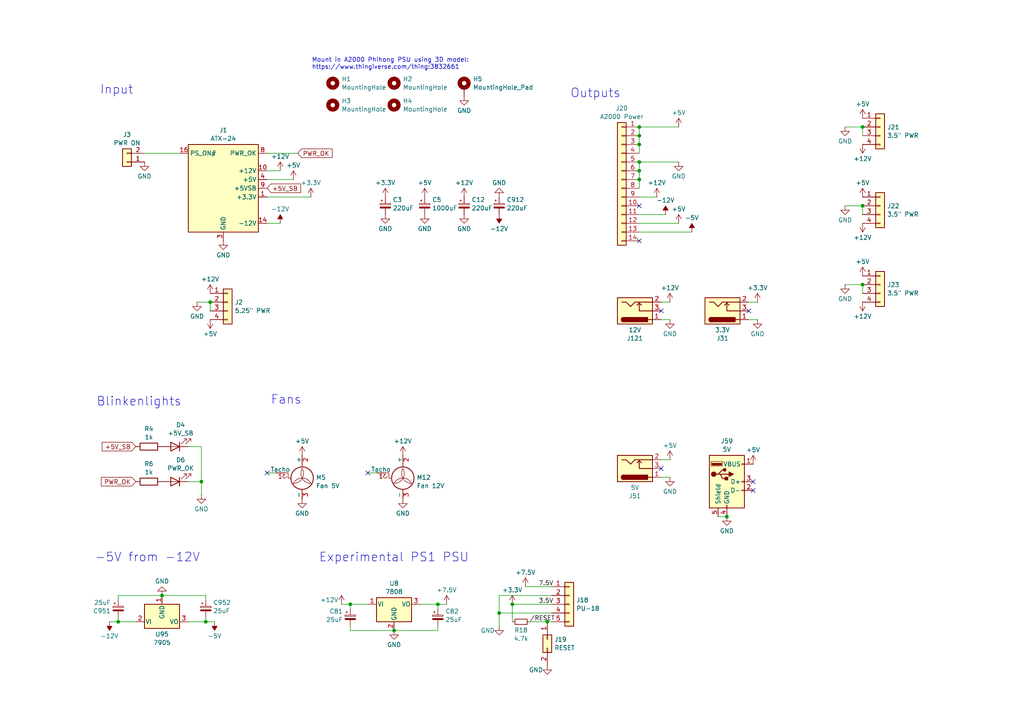
<source format=kicad_sch>
(kicad_sch (version 20231120) (generator "eeschema") (generator_version "8.0")
  (paper "A4")
  (lib_symbols
    (symbol "Connector:ATX-24"
      (property "Reference" "J" (at -8.89 13.97 0))
      (property "Value" "ATX-24" (at 6.35 13.97 0))
      (symbol "ATX-24_0_1"
        (rectangle (start -10.16 12.7) (end 10.16 -12.7) (stroke (width 0.254)) (fill (type background)))
      )
      (symbol "ATX-24_1_1"
        (pin power_out line (at 12.7 -2.54 180) (length 2.54) (name "+3.3V") (number "1"))
        (pin power_out line (at 12.7 5.08 180) (length 2.54) (name "+12V") (number "10"))
        (pin passive line (at 12.7 5.08 180) (length 2.54) hide (name "+12V") (number "11"))
        (pin passive line (at 12.7 -2.54 180) (length 2.54) hide (name "+3.3V") (number "12"))
        (pin passive line (at 12.7 -2.54 180) (length 2.54) hide (name "+3.3V") (number "13"))
        (pin power_out line (at 12.7 -10.16 180) (length 2.54) (name "-12V") (number "14"))
        (pin passive line (at 0 -15.24 90) (length 2.54) hide (name "GND") (number "15"))
        (pin open_collector line (at -12.7 10.16 0) (length 2.54) (name "PS_ON#") (number "16"))
        (pin passive line (at 0 -15.24 90) (length 2.54) hide (name "GND") (number "17"))
        (pin passive line (at 0 -15.24 90) (length 2.54) hide (name "GND") (number "18"))
        (pin passive line (at 0 -15.24 90) (length 2.54) hide (name "GND") (number "19"))
        (pin passive line (at 12.7 -2.54 180) (length 2.54) hide (name "+3.3V") (number "2"))
        (pin no_connect line (at -10.16 0 0) (length 2.54) hide (name "NC") (number "20"))
        (pin passive line (at 12.7 2.54 180) (length 2.54) hide (name "+5V") (number "21"))
        (pin passive line (at 12.7 2.54 180) (length 2.54) hide (name "+5V") (number "22"))
        (pin passive line (at 12.7 2.54 180) (length 2.54) hide (name "+5V") (number "23"))
        (pin passive line (at 0 -15.24 90) (length 2.54) hide (name "GND") (number "24"))
        (pin power_out line (at 0 -15.24 90) (length 2.54) (name "GND") (number "3"))
        (pin power_out line (at 12.7 2.54 180) (length 2.54) (name "+5V") (number "4"))
        (pin passive line (at 0 -15.24 90) (length 2.54) hide (name "GND") (number "5"))
        (pin passive line (at 12.7 2.54 180) (length 2.54) hide (name "+5V") (number "6"))
        (pin passive line (at 0 -15.24 90) (length 2.54) hide (name "GND") (number "7"))
        (pin output line (at 12.7 10.16 180) (length 2.54) (name "PWR_OK") (number "8"))
        (pin power_out line (at 12.7 0 180) (length 2.54) (name "+5VSB") (number "9"))
      )
    )
    (symbol "Connector:Barrel_Jack_Switch" (pin_names hide)
      (property "Reference" "J" (at 0 5.334 0))
      (property "Value" "Barrel_Jack_Switch" (at 0 -5.08 0))
      (symbol "Barrel_Jack_Switch_0_1"
        (rectangle (start -5.08 3.81) (end 5.08 -3.81) (stroke (width 0.254)) (fill (type background)))
        (arc (start -3.302 3.175) (mid -3.9343 2.54) (end -3.302 1.905) (stroke (width 0.254)))
        (arc (start -3.302 3.175) (mid -3.9343 2.54) (end -3.302 1.905) (stroke (width 0.254)) (fill (type outline)))
        (polyline (pts (xy 1.27 -2.286) (xy 1.905 -1.651)) (stroke (width 0.254)))
        (polyline (pts (xy 5.08 2.54) (xy 3.81 2.54)) (stroke (width 0.254)))
        (polyline (pts (xy 5.08 0) (xy 1.27 0) (xy 1.27 -2.286) (xy 0.635 -1.651)) (stroke (width 0.254)))
        (polyline (pts (xy -3.81 -2.54) (xy -2.54 -2.54) (xy -1.27 -1.27) (xy 0 -2.54) (xy 2.54 -2.54) (xy 5.08 -2.54)) (stroke (width 0.254)))
        (rectangle (start 3.683 3.175) (end -3.302 1.905) (stroke (width 0.254)) (fill (type outline)))
      )
      (symbol "Barrel_Jack_Switch_1_1"
        (pin passive line (at 7.62 2.54 180) (length 2.54) (name "~") (number "1"))
        (pin passive line (at 7.62 -2.54 180) (length 2.54) (name "~") (number "2"))
        (pin passive line (at 7.62 0 180) (length 2.54) (name "~") (number "3"))
      )
    )
    (symbol "Connector:USB_A" (pin_names (offset 1.016))
      (property "Reference" "J" (at -5.08 11.43 0))
      (property "Value" "USB_A" (at -5.08 8.89 0))
      (symbol "USB_A_0_1"
        (rectangle (start -5.08 -7.62) (end 5.08 7.62) (stroke (width 0.254)) (fill (type background)))
        (circle (center -3.81 2.159) (radius 0.635) (stroke (width 0.254)) (fill (type outline)))
        (rectangle (start -1.524 4.826) (end -4.318 5.334) (fill (type outline)))
        (rectangle (start -1.27 4.572) (end -4.572 5.842))
        (circle (center -0.635 3.429) (radius 0.381) (stroke (width 0.254)) (fill (type outline)))
        (rectangle (start -0.127 -7.62) (end 0.127 -6.858))
        (polyline (pts (xy -3.175 2.159) (xy -2.54 2.159) (xy -1.27 3.429) (xy -0.635 3.429)) (stroke (width 0.254)))
        (polyline (pts (xy -2.54 2.159) (xy -1.905 2.159) (xy -1.27 0.889) (xy 0 0.889)) (stroke (width 0.254)))
        (polyline (pts (xy 0.635 2.794) (xy 0.635 1.524) (xy 1.905 2.159) (xy 0.635 2.794)) (stroke (width 0.254)) (fill (type outline)))
        (rectangle (start 0.254 1.27) (end -0.508 0.508) (stroke (width 0.254)) (fill (type outline)))
        (rectangle (start 5.08 -2.667) (end 4.318 -2.413))
        (rectangle (start 5.08 -0.127) (end 4.318 0.127))
        (rectangle (start 5.08 4.953) (end 4.318 5.207))
      )
      (symbol "USB_A_1_1"
        (polyline (pts (xy -1.905 2.159) (xy 0.635 2.159)) (stroke (width 0.254)))
        (pin power_in line (at 7.62 5.08 180) (length 2.54) (name "VBUS") (number "1"))
        (pin bidirectional line (at 7.62 -2.54 180) (length 2.54) (name "D-") (number "2"))
        (pin bidirectional line (at 7.62 0 180) (length 2.54) (name "D+") (number "3"))
        (pin power_in line (at 0 -10.16 90) (length 2.54) (name "GND") (number "4"))
        (pin passive line (at -2.54 -10.16 90) (length 2.54) (name "Shield") (number "5"))
      )
    )
    (symbol "Connector_Generic:Conn_01x02" (pin_names (offset 1.016) hide)
      (property "Reference" "J" (at 0 2.54 0))
      (property "Value" "Conn_01x02" (at 0 -5.08 0))
      (symbol "Conn_01x02_1_1"
        (rectangle (start -1.27 -2.413) (end 0 -2.667) (stroke (width 0.1524)))
        (rectangle (start -1.27 0.127) (end 0 -0.127) (stroke (width 0.1524)))
        (rectangle (start -1.27 1.27) (end 1.27 -3.81) (stroke (width 0.254)) (fill (type background)))
        (pin passive line (at -5.08 0 0) (length 3.81) (name "Pin_1") (number "1"))
        (pin passive line (at -5.08 -2.54 0) (length 3.81) (name "Pin_2") (number "2"))
      )
    )
    (symbol "Connector_Generic:Conn_01x04" (pin_names (offset 1.016) hide)
      (property "Reference" "J" (at 0 5.08 0))
      (property "Value" "Conn_01x04" (at 0 -7.62 0))
      (symbol "Conn_01x04_1_1"
        (rectangle (start -1.27 -4.953) (end 0 -5.207) (stroke (width 0.1524)))
        (rectangle (start -1.27 -2.413) (end 0 -2.667) (stroke (width 0.1524)))
        (rectangle (start -1.27 0.127) (end 0 -0.127) (stroke (width 0.1524)))
        (rectangle (start -1.27 2.667) (end 0 2.413) (stroke (width 0.1524)))
        (rectangle (start -1.27 3.81) (end 1.27 -6.35) (stroke (width 0.254)) (fill (type background)))
        (pin passive line (at -5.08 2.54 0) (length 3.81) (name "Pin_1") (number "1"))
        (pin passive line (at -5.08 0 0) (length 3.81) (name "Pin_2") (number "2"))
        (pin passive line (at -5.08 -2.54 0) (length 3.81) (name "Pin_3") (number "3"))
        (pin passive line (at -5.08 -5.08 0) (length 3.81) (name "Pin_4") (number "4"))
      )
    )
    (symbol "Connector_Generic:Conn_01x05" (pin_names (offset 1.016) hide)
      (property "Reference" "J" (at 0 7.62 0))
      (property "Value" "Conn_01x05" (at 0 -7.62 0))
      (symbol "Conn_01x05_1_1"
        (rectangle (start -1.27 -4.953) (end 0 -5.207) (stroke (width 0.1524)))
        (rectangle (start -1.27 -2.413) (end 0 -2.667) (stroke (width 0.1524)))
        (rectangle (start -1.27 0.127) (end 0 -0.127) (stroke (width 0.1524)))
        (rectangle (start -1.27 2.667) (end 0 2.413) (stroke (width 0.1524)))
        (rectangle (start -1.27 5.207) (end 0 4.953) (stroke (width 0.1524)))
        (rectangle (start -1.27 6.35) (end 1.27 -6.35) (stroke (width 0.254)) (fill (type background)))
        (pin passive line (at -5.08 5.08 0) (length 3.81) (name "Pin_1") (number "1"))
        (pin passive line (at -5.08 2.54 0) (length 3.81) (name "Pin_2") (number "2"))
        (pin passive line (at -5.08 0 0) (length 3.81) (name "Pin_3") (number "3"))
        (pin passive line (at -5.08 -2.54 0) (length 3.81) (name "Pin_4") (number "4"))
        (pin passive line (at -5.08 -5.08 0) (length 3.81) (name "Pin_5") (number "5"))
      )
    )
    (symbol "Connector_Generic:Conn_01x14" (pin_names (offset 1.016) hide)
      (property "Reference" "J" (at 0 17.78 0))
      (property "Value" "Conn_01x14" (at 0 -20.32 0))
      (symbol "Conn_01x14_1_1"
        (rectangle (start -1.27 -17.653) (end 0 -17.907) (stroke (width 0.1524)))
        (rectangle (start -1.27 -15.113) (end 0 -15.367) (stroke (width 0.1524)))
        (rectangle (start -1.27 -12.573) (end 0 -12.827) (stroke (width 0.1524)))
        (rectangle (start -1.27 -10.033) (end 0 -10.287) (stroke (width 0.1524)))
        (rectangle (start -1.27 -7.493) (end 0 -7.747) (stroke (width 0.1524)))
        (rectangle (start -1.27 -4.953) (end 0 -5.207) (stroke (width 0.1524)))
        (rectangle (start -1.27 -2.413) (end 0 -2.667) (stroke (width 0.1524)))
        (rectangle (start -1.27 0.127) (end 0 -0.127) (stroke (width 0.1524)))
        (rectangle (start -1.27 2.667) (end 0 2.413) (stroke (width 0.1524)))
        (rectangle (start -1.27 5.207) (end 0 4.953) (stroke (width 0.1524)))
        (rectangle (start -1.27 7.747) (end 0 7.493) (stroke (width 0.1524)))
        (rectangle (start -1.27 10.287) (end 0 10.033) (stroke (width 0.1524)))
        (rectangle (start -1.27 12.827) (end 0 12.573) (stroke (width 0.1524)))
        (rectangle (start -1.27 15.367) (end 0 15.113) (stroke (width 0.1524)))
        (rectangle (start -1.27 16.51) (end 1.27 -19.05) (stroke (width 0.254)) (fill (type background)))
        (pin passive line (at -5.08 15.24 0) (length 3.81) (name "Pin_1") (number "1"))
        (pin passive line (at -5.08 -7.62 0) (length 3.81) (name "Pin_10") (number "10"))
        (pin passive line (at -5.08 -10.16 0) (length 3.81) (name "Pin_11") (number "11"))
        (pin passive line (at -5.08 -12.7 0) (length 3.81) (name "Pin_12") (number "12"))
        (pin passive line (at -5.08 -15.24 0) (length 3.81) (name "Pin_13") (number "13"))
        (pin passive line (at -5.08 -17.78 0) (length 3.81) (name "Pin_14") (number "14"))
        (pin passive line (at -5.08 12.7 0) (length 3.81) (name "Pin_2") (number "2"))
        (pin passive line (at -5.08 10.16 0) (length 3.81) (name "Pin_3") (number "3"))
        (pin passive line (at -5.08 7.62 0) (length 3.81) (name "Pin_4") (number "4"))
        (pin passive line (at -5.08 5.08 0) (length 3.81) (name "Pin_5") (number "5"))
        (pin passive line (at -5.08 2.54 0) (length 3.81) (name "Pin_6") (number "6"))
        (pin passive line (at -5.08 0 0) (length 3.81) (name "Pin_7") (number "7"))
        (pin passive line (at -5.08 -2.54 0) (length 3.81) (name "Pin_8") (number "8"))
        (pin passive line (at -5.08 -5.08 0) (length 3.81) (name "Pin_9") (number "9"))
      )
    )
    (symbol "Connector_Generic:Conn_02x01" (pin_names (offset 1.016) hide)
      (property "Reference" "J" (at 1.27 2.54 0))
      (property "Value" "Conn_02x01" (at 1.27 -2.54 0))
      (symbol "Conn_02x01_1_1"
        (rectangle (start -1.27 0.127) (end 0 -0.127) (stroke (width 0.1524)))
        (rectangle (start -1.27 1.27) (end 3.81 -1.27) (stroke (width 0.254)) (fill (type background)))
        (rectangle (start 3.81 0.127) (end 2.54 -0.127) (stroke (width 0.1524)))
        (pin passive line (at -5.08 0 0) (length 3.81) (name "Pin_1") (number "1"))
        (pin passive line (at 7.62 0 180) (length 3.81) (name "Pin_2") (number "2"))
      )
    )
    (symbol "Device:C_Polarized_Small" (pin_numbers hide) (pin_names (offset 0.254) hide)
      (property "Reference" "C" (at 0.254 1.778 0))
      (property "Value" "C_Polarized_Small" (at 0.254 -2.032 0))
      (symbol "C_Polarized_Small_0_1"
        (rectangle (start -1.524 -0.3048) (end 1.524 -0.6858) (fill (type outline)))
        (rectangle (start -1.524 0.6858) (end 1.524 0.3048))
        (polyline (pts (xy -1.27 1.524) (xy -0.762 1.524)))
        (polyline (pts (xy -1.016 1.27) (xy -1.016 1.778)))
      )
      (symbol "C_Polarized_Small_1_1"
        (pin passive line (at 0 2.54 270) (length 1.8542) (name "~") (number "1"))
        (pin passive line (at 0 -2.54 90) (length 1.8542) (name "~") (number "2"))
      )
    )
    (symbol "Device:LED" (pin_numbers hide) (pin_names (offset 1.016) hide)
      (property "Reference" "D" (at 0 2.54 0))
      (property "Value" "LED" (at 0 -2.54 0))
      (symbol "LED_0_1"
        (polyline (pts (xy -1.27 -1.27) (xy -1.27 1.27)) (stroke (width 0.254)))
        (polyline (pts (xy -1.27 0) (xy 1.27 0)))
        (polyline (pts (xy 1.27 -1.27) (xy 1.27 1.27) (xy -1.27 0) (xy 1.27 -1.27)) (stroke (width 0.254)))
        (polyline (pts (xy -3.048 -0.762) (xy -4.572 -2.286) (xy -3.81 -2.286) (xy -4.572 -2.286) (xy -4.572 -1.524)))
        (polyline (pts (xy -1.778 -0.762) (xy -3.302 -2.286) (xy -2.54 -2.286) (xy -3.302 -2.286) (xy -3.302 -1.524)))
      )
      (symbol "LED_1_1"
        (pin passive line (at -3.81 0 0) (length 2.54) (name "K") (number "1"))
        (pin passive line (at 3.81 0 180) (length 2.54) (name "A") (number "2"))
      )
    )
    (symbol "Device:R" (pin_numbers hide) (pin_names (offset 0))
      (property "Reference" "R" (at 2.032 0 90))
      (property "Value" "R" (at 0 0 90))
      (symbol "R_0_1"
        (rectangle (start -1.016 -2.54) (end 1.016 2.54) (stroke (width 0.254)))
      )
      (symbol "R_1_1"
        (pin passive line (at 0 3.81 270) (length 1.27) (name "~") (number "1"))
        (pin passive line (at 0 -3.81 90) (length 1.27) (name "~") (number "2"))
      )
    )
    (symbol "Device:R_Small" (pin_numbers hide) (pin_names (offset 0.254) hide)
      (property "Reference" "R" (at 0.762 0.508 0))
      (property "Value" "R_Small" (at 0.762 -1.016 0))
      (symbol "R_Small_0_1"
        (rectangle (start -0.762 1.778) (end 0.762 -1.778) (stroke (width 0.2032)))
      )
      (symbol "R_Small_1_1"
        (pin passive line (at 0 2.54 270) (length 0.762) (name "~") (number "1"))
        (pin passive line (at 0 -2.54 90) (length 0.762) (name "~") (number "2"))
      )
    )
    (symbol "Mechanical:MountingHole" (pin_names (offset 1.016)) (exclude_from_sim yes) (in_bom no)
      (property "Reference" "H" (at 0 5.08 0))
      (property "Value" "MountingHole" (at 0 3.175 0))
      (symbol "MountingHole_0_1"
        (circle (center 0 0) (radius 1.27) (stroke (width 1.27)))
      )
    )
    (symbol "Mechanical:MountingHole_Pad" (pin_numbers hide) (pin_names (offset 1.016) hide) (exclude_from_sim yes) (in_bom no)
      (property "Reference" "H" (at 0 6.35 0))
      (property "Value" "MountingHole_Pad" (at 0 4.445 0))
      (symbol "MountingHole_Pad_0_1"
        (circle (center 0 1.27) (radius 1.27) (stroke (width 1.27)))
      )
      (symbol "MountingHole_Pad_1_1"
        (pin input line (at 0 -2.54 90) (length 2.54) (name "1") (number "1"))
      )
    )
    (symbol "Motor:Fan_PC_Chassis" (pin_names (offset 0))
      (property "Reference" "M" (at 2.54 2.54 0))
      (property "Value" "Fan_PC_Chassis" (at 2.54 -5.08 0))
      (symbol "Fan_PC_Chassis_0_0"
        (arc (start -5.588 -1.016) (mid -5.08 -1.5218) (end -4.572 -1.016))
        (arc (start -5.08 -0.508) (mid -5.4392 -0.6568) (end -5.588 -1.016))
        (polyline (pts (xy -5.08 -0.508) (xy -5.334 -0.381)))
        (polyline (pts (xy -5.08 -0.508) (xy -5.207 -0.762)))
        (polyline (pts (xy -4.064 0) (xy -4.064 -1.524) (xy -3.302 -1.524)))
      )
      (symbol "Fan_PC_Chassis_0_1"
        (arc (start -2.54 -3.048) (mid 0.0028 -1.6279) (end 0 1.27))
        (circle (center 0 -1.524) (radius 3.2512) (stroke (width 0.254)))
        (polyline (pts (xy -4.064 0) (xy -5.08 0)))
        (polyline (pts (xy 0 -7.62) (xy 0 -7.112)))
        (polyline (pts (xy 0 -4.7752) (xy 0 -5.1816)))
        (polyline (pts (xy 0 1.7272) (xy 0 2.0828)))
        (polyline (pts (xy 0 2.032) (xy 0 2.54)))
        (arc (start 0 1.27) (mid 0.053 -1.619) (end 2.54 -3.048))
        (arc (start 2.54 -3.048) (mid 0 -1.4782) (end -2.54 -3.048))
      )
      (symbol "Fan_PC_Chassis_1_1"
        (pin passive line (at -7.62 0 0) (length 2.54) (name "Tacho") (number "1"))
        (pin passive line (at 0 5.08 270) (length 2.54) (name "+") (number "2"))
        (pin passive line (at 0 -7.62 90) (length 2.54) (name "-") (number "3"))
      )
    )
    (symbol "Regulator_Linear:LM7808_TO220" (pin_names (offset 0.254))
      (property "Reference" "U" (at -3.81 3.175 0))
      (property "Value" "LM7808_TO220" (at 0 3.175 0))
      (symbol "LM7808_TO220_0_1"
        (rectangle (start -5.08 1.905) (end 5.08 -5.08) (stroke (width 0.254)) (fill (type background)))
      )
      (symbol "LM7808_TO220_1_1"
        (pin power_in line (at -7.62 0 0) (length 2.54) (name "VI") (number "1"))
        (pin power_in line (at 0 -7.62 90) (length 2.54) (name "GND") (number "2"))
        (pin power_out line (at 7.62 0 180) (length 2.54) (name "VO") (number "3"))
      )
    )
    (symbol "Regulator_Linear:MC7905" (pin_names (offset 0.254))
      (property "Reference" "U" (at -3.81 -3.175 0))
      (property "Value" "MC7905" (at 0 -3.175 0))
      (symbol "MC7905_0_1"
        (rectangle (start -5.08 5.08) (end 5.08 -1.905) (stroke (width 0.254)) (fill (type background)))
      )
      (symbol "MC7905_1_1"
        (pin power_in line (at 0 7.62 270) (length 2.54) (name "GND") (number "1"))
        (pin power_in line (at -7.62 0 0) (length 2.54) (name "VI") (number "2"))
        (pin power_out line (at 7.62 0 180) (length 2.54) (name "VO") (number "3"))
      )
    )
    (symbol "power:+12V" (power) (pin_numbers hide) (pin_names (offset 0) hide)
      (property "Value" "+12V" (at 0 3.556 0))
      (symbol "+12V_0_1"
        (polyline (pts (xy -0.762 1.27) (xy 0 2.54)))
        (polyline (pts (xy 0 0) (xy 0 2.54)))
        (polyline (pts (xy 0 2.54) (xy 0.762 1.27)))
      )
      (symbol "+12V_1_1"
        (pin power_in line (at 0 0 90) (length 0) (name "~") (number "1"))
      )
    )
    (symbol "power:+3.3V" (power) (pin_numbers hide) (pin_names (offset 0) hide)
      (property "Value" "+3.3V" (at 0 3.556 0))
      (symbol "+3.3V_0_1"
        (polyline (pts (xy -0.762 1.27) (xy 0 2.54)))
        (polyline (pts (xy 0 0) (xy 0 2.54)))
        (polyline (pts (xy 0 2.54) (xy 0.762 1.27)))
      )
      (symbol "+3.3V_1_1"
        (pin power_in line (at 0 0 90) (length 0) (name "~") (number "1"))
      )
    )
    (symbol "power:+5V" (power) (pin_numbers hide) (pin_names (offset 0) hide)
      (property "Value" "+5V" (at 0 3.556 0))
      (symbol "+5V_0_1"
        (polyline (pts (xy -0.762 1.27) (xy 0 2.54)))
        (polyline (pts (xy 0 0) (xy 0 2.54)))
        (polyline (pts (xy 0 2.54) (xy 0.762 1.27)))
      )
      (symbol "+5V_1_1"
        (pin power_in line (at 0 0 90) (length 0) (name "~") (number "1"))
      )
    )
    (symbol "power:+7.5V" (power) (pin_numbers hide) (pin_names (offset 0) hide)
      (property "Value" "+7.5V" (at 0 3.556 0))
      (symbol "+7.5V_0_1"
        (polyline (pts (xy -0.762 1.27) (xy 0 2.54)))
        (polyline (pts (xy 0 0) (xy 0 2.54)))
        (polyline (pts (xy 0 2.54) (xy 0.762 1.27)))
      )
      (symbol "+7.5V_1_1"
        (pin power_in line (at 0 0 90) (length 0) (name "~") (number "1"))
      )
    )
    (symbol "power:-12V" (power) (pin_numbers hide) (pin_names (offset 0) hide)
      (property "Value" "-12V" (at 0 3.556 0))
      (symbol "-12V_0_0"
        (pin power_in line (at 0 0 90) (length 0) (name "~") (number "1"))
      )
      (symbol "-12V_0_1"
        (polyline (pts (xy 0 0) (xy 0 1.27) (xy 0.762 1.27) (xy 0 2.54) (xy -0.762 1.27) (xy 0 1.27)) (fill (type outline)))
      )
    )
    (symbol "power:-5V" (power) (pin_numbers hide) (pin_names (offset 0) hide)
      (property "Value" "-5V" (at 0 3.556 0))
      (symbol "-5V_0_0"
        (pin power_in line (at 0 0 90) (length 0) (name "~") (number "1"))
      )
      (symbol "-5V_0_1"
        (polyline (pts (xy 0 0) (xy 0 1.27) (xy 0.762 1.27) (xy 0 2.54) (xy -0.762 1.27) (xy 0 1.27)) (fill (type outline)))
      )
    )
    (symbol "power:GND" (power) (pin_numbers hide) (pin_names (offset 0) hide)
      (property "Value" "GND" (at 0 -3.81 0))
      (symbol "GND_0_1"
        (polyline (pts (xy 0 0) (xy 0 -1.27) (xy 1.27 -1.27) (xy 0 -2.54) (xy -1.27 -1.27) (xy 0 -1.27)))
      )
      (symbol "GND_1_1"
        (pin power_in line (at 0 0 270) (length 0) (name "~") (number "1"))
      )
    )
  )
  (junction (at 185.42 36.83))
  (junction (at 185.42 46.99))
  (junction (at 250.19 36.83))
  (junction (at 101.6 175.26))
  (junction (at 250.19 82.55))
  (junction (at 114.3 182.88))
  (junction (at 185.42 39.37))
  (junction (at 148.59 175.26))
  (junction (at 250.19 59.69))
  (junction (at 185.42 49.53))
  (junction (at 58.42 139.7))
  (junction (at 127 175.26))
  (junction (at 46.99 172.72))
  (junction (at 34.29 180.34))
  (junction (at 210.82 149.86))
  (junction (at 144.78 177.8))
  (junction (at 185.42 52.07))
  (junction (at 185.42 41.91))
  (junction (at 60.96 87.63))
  (junction (at 158.75 180.34))
  (junction (at 59.69 180.34))
  (no_connect (at 77.47 137.16))
  (no_connect (at 191.77 90.17))
  (no_connect (at 191.77 135.89))
  (no_connect (at 106.68 137.16))
  (no_connect (at 185.42 69.85))
  (no_connect (at 218.44 142.24))
  (no_connect (at 218.44 139.7))
  (no_connect (at 185.42 59.69))
  (no_connect (at 217.17 90.17))
  (wire (pts (xy 34.29 172.72) (xy 46.99 172.72)))
  (wire (pts (xy 77.47 49.53) (xy 81.28 49.53)))
  (wire (pts (xy 219.71 87.63) (xy 217.17 87.63)))
  (wire (pts (xy 144.78 172.72) (xy 160.02 172.72)))
  (wire (pts (xy 196.85 36.83) (xy 185.42 36.83)))
  (wire (pts (xy 185.42 46.99) (xy 185.42 49.53)))
  (wire (pts (xy 185.42 57.15) (xy 190.5 57.15)))
  (wire (pts (xy 58.42 129.54) (xy 58.42 139.7)))
  (wire (pts (xy 77.47 64.77) (xy 81.28 64.77)))
  (wire (pts (xy 194.31 87.63) (xy 191.77 87.63)))
  (wire (pts (xy 101.6 181.61) (xy 101.6 182.88)))
  (wire (pts (xy 127 181.61) (xy 127 182.88)))
  (wire (pts (xy 101.6 176.53) (xy 101.6 175.26)))
  (wire (pts (xy 121.92 175.26) (xy 127 175.26)))
  (wire (pts (xy 245.11 59.69) (xy 250.19 59.69)))
  (wire (pts (xy 101.6 182.88) (xy 114.3 182.88)))
  (wire (pts (xy 160.02 170.18) (xy 152.4 170.18)))
  (wire (pts (xy 208.28 149.86) (xy 210.82 149.86)))
  (wire (pts (xy 59.69 179.07) (xy 59.69 180.34)))
  (wire (pts (xy 194.31 133.35) (xy 191.77 133.35)))
  (wire (pts (xy 60.96 87.63) (xy 60.96 90.17)))
  (wire (pts (xy 185.42 39.37) (xy 185.42 41.91)))
  (wire (pts (xy 144.78 181.61) (xy 144.78 177.8)))
  (wire (pts (xy 77.47 57.15) (xy 90.17 57.15)))
  (wire (pts (xy 194.31 138.43) (xy 191.77 138.43)))
  (wire (pts (xy 34.29 179.07) (xy 34.29 180.34)))
  (wire (pts (xy 144.78 172.72) (xy 144.78 177.8)))
  (wire (pts (xy 194.31 92.71) (xy 191.77 92.71)))
  (wire (pts (xy 196.85 46.99) (xy 185.42 46.99)))
  (wire (pts (xy 148.59 175.26) (xy 148.59 180.34)))
  (wire (pts (xy 185.42 41.91) (xy 185.42 44.45)))
  (wire (pts (xy 245.11 36.83) (xy 250.19 36.83)))
  (wire (pts (xy 148.59 175.26) (xy 160.02 175.26)))
  (wire (pts (xy 41.91 44.45) (xy 52.07 44.45)))
  (wire (pts (xy 77.47 44.45) (xy 86.36 44.45)))
  (wire (pts (xy 58.42 139.7) (xy 58.42 143.51)))
  (wire (pts (xy 153.67 180.34) (xy 158.75 180.34)))
  (wire (pts (xy 245.11 82.55) (xy 250.19 82.55)))
  (wire (pts (xy 54.61 129.54) (xy 58.42 129.54)))
  (wire (pts (xy 54.61 180.34) (xy 59.69 180.34)))
  (wire (pts (xy 250.19 82.55) (xy 250.19 85.09)))
  (wire (pts (xy 106.68 137.16) (xy 109.22 137.16)))
  (wire (pts (xy 185.42 62.23) (xy 193.04 62.23)))
  (wire (pts (xy 59.69 172.72) (xy 46.99 172.72)))
  (wire (pts (xy 185.42 49.53) (xy 185.42 52.07)))
  (wire (pts (xy 34.29 173.99) (xy 34.29 172.72)))
  (wire (pts (xy 77.47 137.16) (xy 80.01 137.16)))
  (wire (pts (xy 144.78 177.8) (xy 160.02 177.8)))
  (wire (pts (xy 185.42 36.83) (xy 185.42 39.37)))
  (wire (pts (xy 59.69 173.99) (xy 59.69 172.72)))
  (wire (pts (xy 185.42 52.07) (xy 185.42 54.61)))
  (wire (pts (xy 59.69 180.34) (xy 62.23 180.34)))
  (wire (pts (xy 250.19 59.69) (xy 250.19 62.23)))
  (wire (pts (xy 39.37 180.34) (xy 34.29 180.34)))
  (wire (pts (xy 101.6 175.26) (xy 99.06 175.26)))
  (wire (pts (xy 54.61 139.7) (xy 58.42 139.7)))
  (wire (pts (xy 158.75 180.34) (xy 160.02 180.34)))
  (wire (pts (xy 57.15 87.63) (xy 60.96 87.63)))
  (wire (pts (xy 219.71 92.71) (xy 217.17 92.71)))
  (wire (pts (xy 250.19 36.83) (xy 250.19 39.37)))
  (wire (pts (xy 127 182.88) (xy 114.3 182.88)))
  (wire (pts (xy 185.42 64.77) (xy 196.85 64.77)))
  (wire (pts (xy 127 175.26) (xy 129.54 175.26)))
  (wire (pts (xy 127 176.53) (xy 127 175.26)))
  (wire (pts (xy 185.42 67.31) (xy 200.66 67.31)))
  (wire (pts (xy 34.29 180.34) (xy 31.75 180.34)))
  (wire (pts (xy 77.47 52.07) (xy 85.09 52.07)))
  (wire (pts (xy 106.68 175.26) (xy 101.6 175.26)))
  (text "Input" (at 28.956 24.638 0) (effects (font (size 2.54 2.54)) (justify left top)))
  (text "-5V from -12V" (at 27.432 160.274 0) (effects (font (size 2.54 2.54)) (justify left top)))
  (text "Fans" (at 78.486 114.554 0) (effects (font (size 2.54 2.54)) (justify left top)))
  (text "Mount in A2000 Phihong PSU using 3D model:\nhttps://www.thingiverse.com/thing:3832661" (at 90.424 16.764 0) (effects (font (size 1.27 1.27)) (justify left top)))
  (text "Experimental PS1 PSU" (at 92.456 160.274 0) (effects (font (size 2.54 2.54)) (justify left top)))
  (text "Blinkenlights" (at 27.94 115.062 0) (effects (font (size 2.54 2.54)) (justify left top)))
  (text "Outputs" (at 165.354 25.654 0) (effects (font (size 2.54 2.54)) (justify left top)))
  (label "7.5V" (at 156.21 170.18 0))
  (label "{slash}RESET" (at 153.67 180.34 0))
  (label "3.5V" (at 156.21 175.26 0))
  (global_label "+5V_SB" (shape input) (at 77.47 54.61 0) (property "Intersheetrefs" "${INTERSHEET_REFS}" (effects (hide yes))))
  (global_label "PWR_OK" (shape input) (at 86.36 44.45 0) (property "Intersheetrefs" "${INTERSHEET_REFS}" (effects (hide yes))))
  (global_label "PWR_OK" (shape input) (at 39.37 139.7 180) (property "Intersheetrefs" "${INTERSHEET_REFS}" (effects (hide yes))))
  (global_label "+5V_SB" (shape input) (at 39.37 129.54 180) (property "Intersheetrefs" "${INTERSHEET_REFS}" (effects (hide yes))))
  (symbol (lib_id "power:GND") (at 196.85 46.99 0) (mirror y) (unit 1)
    (property "Reference" "#PWR02" (effects (hide yes)))
    (property "Value" "GND" (at 196.85 51.1231 0))
    (property "Description" "Power symbol creates a global label with name \"GND\" , ground" (effects (hide yes)))
  )
  (symbol (lib_id "power:+3.3V") (at 111.76 57.15 0) (unit 1)
    (property "Reference" "#PWR060" (effects (hide yes)))
    (property "Value" "+3.3V" (at 111.76 53.0169 0))
    (property "Description" "Power symbol creates a global label with name \"+3.3V\"" (effects (hide yes)))
  )
  (symbol (lib_id "Motor:Fan_PC_Chassis") (at 116.84 137.16 0) (unit 1)
    (property "Reference" "M12" (at 120.8532 138.4878 0) (effects (justify left)))
    (property "Value" "Fan 12V" (at 120.8532 140.9121 0) (effects (justify left)))
    (property "Footprint" "Connector:FanPinHeader_1x03_P2.54mm_Vertical" (effects (hide yes)))
    (property "Datasheet" "https://www.lcsc.com/datasheet/lcsc_datasheet_2110111830_XKB-Connection-X2510WV-03-N0SN_C843332.pdf" (effects (hide yes)))
    (property "Description" "PC chassis fan, tacho output, 3-pin connector" (effects (hide yes)))
    (property "LCSC" "C843332" (effects (hide yes)))
  )
  (symbol (lib_id "Connector:USB_A") (at 210.82 139.7 0) (unit 1)
    (property "Reference" "J59" (at 210.82 127.9355 0))
    (property "Value" "5V" (at 210.82 130.3598 0))
    (property "Footprint" "Connector_USB:USB_A_CONNFLY_DS1095-WNR0" (effects (hide yes)))
    (property "Datasheet" "https://www.lcsc.com/datasheet/lcsc_datasheet_2404070230_CONNFLY-Elec-DS1095-WNR0_C19944603.pdf" (effects (hide yes)))
    (property "Description" "USB Type A connector" (effects (hide yes)))
    (property "LCSC" "C503996" (effects (hide yes)))
  )
  (symbol (lib_id "power:+5V") (at 87.63 132.08 0) (mirror y) (unit 1)
    (property "Reference" "#PWR016" (effects (hide yes)))
    (property "Value" "+5V" (at 87.63 127.9469 0))
    (property "Description" "Power symbol creates a global label with name \"+5V\"" (effects (hide yes)))
  )
  (symbol (lib_id "Device:LED") (at 50.8 139.7 180) (unit 1)
    (property "Reference" "D6" (at 52.3875 133.3965 0))
    (property "Value" "PWR_OK" (at 52.3875 135.8208 0))
    (property "Footprint" "LED_THT:LED_D3.0mm" (effects (hide yes)))
    (property "Datasheet" "https://www.lcsc.com/datasheet/lcsc_datasheet_2306081633_EKINGLUX-EL302YGD_C6916232.pdf" (effects (hide yes)))
    (property "LCSC" "C6916232" (effects (hide yes)))
  )
  (symbol (lib_id "Mechanical:MountingHole") (at 96.52 30.48 0) (unit 1) (exclude_from_sim yes) (in_bom no)
    (property "Reference" "H3" (at 99.06 29.2678 0) (effects (justify left)))
    (property "Value" "MountingHole" (at 99.06 31.6921 0) (effects (justify left)))
    (property "Footprint" "MountingHole:MountingHole_4mm" (effects (hide yes)))
    (property "Description" "Mounting Hole without connection" (effects (hide yes)))
  )
  (symbol (lib_id "power:+5V") (at 250.19 57.15 0) (mirror y) (unit 1)
    (property "Reference" "#PWR022" (effects (hide yes)))
    (property "Value" "+5V" (at 250.19 53.0169 0))
    (property "Description" "Power symbol creates a global label with name \"+5V\"" (effects (hide yes)))
  )
  (symbol (lib_id "Device:C_Polarized_Small") (at 134.62 59.69 0) (unit 1)
    (property "Reference" "C12" (at 136.779 57.9317 0) (effects (justify left)))
    (property "Value" "220uF" (at 136.779 60.356 0) (effects (justify left)))
    (property "Footprint" "Capacitor_THT:CP_Radial_D6.3mm_P2.50mm" (effects (hide yes)))
    (property "Datasheet" "https://www.lcsc.com/datasheet/lcsc_datasheet_2303231030_Honor-Elec-HT1E227M0607PC_C5438671.pdf" (effects (hide yes)))
    (property "Description" "Polarized capacitor, small symbol" (effects (hide yes)))
    (property "LCSC" "C5438671" (effects (hide yes)))
  )
  (symbol (lib_id "Regulator_Linear:LM7808_TO220") (at 114.3 175.26 0) (unit 1)
    (property "Reference" "U8" (at 114.3 169.2105 0))
    (property "Value" "7808" (at 114.3 171.6348 0))
    (property "Footprint" "Package_TO_SOT_SMD:TO-263-3_TabPin2" (effects (hide yes)))
    (property "Datasheet" "https://www.onsemi.cn/PowerSolutions/document/MC7800-D.PDF" (effects (hide yes)))
    (property "Description" "Positive 1A 35V Linear Regulator, Fixed Output 8V, TO-220" (effects (hide yes)))
    (property "LCSC" "C7432228" (effects (hide yes)))
  )
  (symbol (lib_id "power:GND") (at 144.78 181.61 0) (unit 1)
    (property "Reference" "#PWR052" (effects (hide yes)))
    (property "Value" "GND" (at 141.478 182.88 0))
    (property "Description" "Power symbol creates a global label with name \"GND\" , ground" (effects (hide yes)))
  )
  (symbol (lib_id "power:GND") (at 134.62 27.94 0) (mirror y) (unit 1)
    (property "Reference" "#PWR041" (effects (hide yes)))
    (property "Value" "GND" (at 134.62 32.0731 0))
    (property "Description" "Power symbol creates a global label with name \"GND\" , ground" (effects (hide yes)))
  )
  (symbol (lib_id "power:+12V") (at 250.19 41.91 0) (mirror x) (unit 1)
    (property "Reference" "#PWR019" (effects (hide yes)))
    (property "Value" "+12V" (at 250.19 46.0431 0))
    (property "Description" "Power symbol creates a global label with name \"+12V\"" (effects (hide yes)))
  )
  (symbol (lib_id "Device:C_Polarized_Small") (at 34.29 176.53 0) (unit 1)
    (property "Reference" "C951" (at 32.1311 177.1961 0) (effects (justify right)))
    (property "Value" "25uF" (at 32.1311 174.7718 0) (effects (justify right)))
    (property "Footprint" "Capacitor_THT:CP_Radial_D6.3mm_P2.50mm" (effects (hide yes)))
    (property "Datasheet" "https://www.lcsc.com/datasheet/lcsc_datasheet_2303231030_Honor-Elec-HG1J226M0608PC_C5438878.pdf" (effects (hide yes)))
    (property "Description" "Polarized capacitor, small symbol" (effects (hide yes)))
    (property "LCSC" "C5438878" (effects (hide yes)))
  )
  (symbol (lib_id "power:GND") (at 210.82 149.86 0) (unit 1)
    (property "Reference" "#PWR047" (effects (hide yes)))
    (property "Value" "GND" (at 210.82 153.9931 0))
    (property "Description" "Power symbol creates a global label with name \"GND\" , ground" (effects (hide yes)))
  )
  (symbol (lib_id "Regulator_Linear:MC7905") (at 46.99 180.34 0) (unit 1)
    (property "Reference" "U95" (at 46.99 183.9651 0))
    (property "Value" "7905" (at 46.99 186.3894 0))
    (property "Footprint" "Package_TO_SOT_SMD:TO-263-3_TabPin2" (effects (hide yes)))
    (property "Datasheet" "http://www.onsemi.com/pub/Collateral/MC7900-D.PDF" (effects (hide yes)))
    (property "Description" "Negative 1A 35V Linear Regulator, Fixed Output -5V, TO-220/TO-263" (effects (hide yes)))
    (property "LCSC" "C28684" (effects (hide yes)))
  )
  (symbol (lib_id "power:GND") (at 87.63 144.78 0) (mirror y) (unit 1)
    (property "Reference" "#PWR014" (effects (hide yes)))
    (property "Value" "GND" (at 87.63 148.9131 0))
    (property "Description" "Power symbol creates a global label with name \"GND\" , ground" (effects (hide yes)))
  )
  (symbol (lib_id "power:GND") (at 116.84 144.78 0) (mirror y) (unit 1)
    (property "Reference" "#PWR015" (effects (hide yes)))
    (property "Value" "GND" (at 116.84 148.9131 0))
    (property "Description" "Power symbol creates a global label with name \"GND\" , ground" (effects (hide yes)))
  )
  (symbol (lib_id "power:+12V") (at 60.96 85.09 0) (unit 1)
    (property "Reference" "#PWR036" (effects (hide yes)))
    (property "Value" "+12V" (at 60.96 80.9569 0))
    (property "Description" "Power symbol creates a global label with name \"+12V\"" (effects (hide yes)))
  )
  (symbol (lib_id "Connector:Barrel_Jack_Switch") (at 184.15 135.89 0) (mirror x) (unit 1)
    (property "Reference" "J51" (at 184.15 143.8445 0))
    (property "Value" "5V" (at 184.15 141.4202 0))
    (property "Footprint" "Connector_BarrelJack:BarrelJack_Horizontal" (effects (hide yes)))
    (property "Datasheet" "https://www.lcsc.com/datasheet/lcsc_datasheet_2409272202_HanElectricity-DC-005-2-0_C22459640.pdf" (effects (hide yes)))
    (property "Description" "DC Barrel Jack with an internal switch" (effects (hide yes)))
    (property "LCSC" "C22459640" (effects (hide yes)))
  )
  (symbol (lib_id "power:GND") (at 194.31 138.43 0) (unit 1)
    (property "Reference" "#PWR038" (effects (hide yes)))
    (property "Value" "GND" (at 194.31 142.5631 0))
    (property "Description" "Power symbol creates a global label with name \"GND\" , ground" (effects (hide yes)))
  )
  (symbol (lib_id "power:GND") (at 144.78 57.15 0) (mirror x) (unit 1)
    (property "Reference" "#PWR051" (effects (hide yes)))
    (property "Value" "GND" (at 144.78 53.0169 0))
    (property "Description" "Power symbol creates a global label with name \"GND\" , ground" (effects (hide yes)))
  )
  (symbol (lib_id "power:-12V") (at 31.75 180.34 0) (mirror x) (unit 1)
    (property "Reference" "#PWR030" (effects (hide yes)))
    (property "Value" "-12V" (at 31.75 184.4731 0))
    (property "Description" "Power symbol creates a global label with name \"-12V\"" (effects (hide yes)))
  )
  (symbol (lib_id "power:+12V") (at 81.28 49.53 0) (unit 1)
    (property "Reference" "#PWR09" (effects (hide yes)))
    (property "Value" "+12V" (at 81.28 45.3969 0))
    (property "Description" "Power symbol creates a global label with name \"+12V\"" (effects (hide yes)))
  )
  (symbol (lib_id "power:GND") (at 57.15 87.63 0) (mirror y) (unit 1)
    (property "Reference" "#PWR040" (effects (hide yes)))
    (property "Value" "GND" (at 57.15 91.7631 0))
    (property "Description" "Power symbol creates a global label with name \"GND\" , ground" (effects (hide yes)))
  )
  (symbol (lib_id "power:+12V") (at 190.5 57.15 0) (unit 1)
    (property "Reference" "#PWR03" (effects (hide yes)))
    (property "Value" "+12V" (at 190.5 53.0169 0))
    (property "Description" "Power symbol creates a global label with name \"+12V\"" (effects (hide yes)))
  )
  (symbol (lib_id "power:+5V") (at 196.85 64.77 0) (mirror y) (unit 1)
    (property "Reference" "#PWR06" (effects (hide yes)))
    (property "Value" "+5V" (at 196.85 60.6369 0))
    (property "Description" "Power symbol creates a global label with name \"+5V\"" (effects (hide yes)))
  )
  (symbol (lib_id "Device:R_Small") (at 151.13 180.34 270) (unit 1)
    (property "Reference" "R18" (at 151.13 182.7967 90))
    (property "Value" "4.7k" (at 151.13 185.221 90))
    (property "Footprint" "Resistor_SMD:R_0603_1608Metric_Pad0.98x0.95mm_HandSolder" (effects (hide yes)))
    (property "Description" "Resistor, small symbol" (effects (hide yes)))
  )
  (symbol (lib_id "power:-12V") (at 81.28 64.77 0) (unit 1)
    (property "Reference" "#PWR010" (effects (hide yes)))
    (property "Value" "-12V" (at 81.28 60.6369 0))
    (property "Description" "Power symbol creates a global label with name \"-12V\"" (effects (hide yes)))
  )
  (symbol (lib_id "Connector_Generic:Conn_01x04") (at 255.27 36.83 0) (unit 1)
    (property "Reference" "J21" (at 257.302 36.8878 0) (effects (justify left)))
    (property "Value" "3.5\" PWR" (at 257.302 39.3121 0) (effects (justify left)))
    (property "Footprint" "Connector_PinHeader_2.54mm:PinHeader_1x04_P2.54mm_Vertical" (effects (hide yes)))
    (property "Datasheet" "https://www.lcsc.com/datasheet/lcsc_datasheet_2304140030_TE-Connectivity-171825-4_C210162.pdf" (effects (hide yes)))
    (property "Description" "Generic connector, single row, 01x04, script generated (kicad-library-utils/schlib/autogen/connector/)" (effects (hide yes)))
    (property "LCSC" "C210162" (effects (hide yes)))
  )
  (symbol (lib_id "power:GND") (at 245.11 82.55 0) (mirror y) (unit 1)
    (property "Reference" "#PWR024" (effects (hide yes)))
    (property "Value" "GND" (at 245.11 86.6831 0))
    (property "Description" "Power symbol creates a global label with name \"GND\" , ground" (effects (hide yes)))
  )
  (symbol (lib_id "power:+5V") (at 85.09 52.07 0) (mirror y) (unit 1)
    (property "Reference" "#PWR08" (effects (hide yes)))
    (property "Value" "+5V" (at 85.09 47.9369 0))
    (property "Description" "Power symbol creates a global label with name \"+5V\"" (effects (hide yes)))
  )
  (symbol (lib_id "Device:C_Polarized_Small") (at 111.76 59.69 0) (unit 1)
    (property "Reference" "C3" (at 113.919 57.9317 0) (effects (justify left)))
    (property "Value" "220uF" (at 113.919 60.356 0) (effects (justify left)))
    (property "Footprint" "Capacitor_THT:CP_Radial_D6.3mm_P2.50mm" (effects (hide yes)))
    (property "Datasheet" "https://www.lcsc.com/datasheet/lcsc_datasheet_2303231030_Honor-Elec-HT1E227M0607PC_C5438671.pdf" (effects (hide yes)))
    (property "Description" "Polarized capacitor, small symbol" (effects (hide yes)))
    (property "LCSC" "C5438671" (effects (hide yes)))
  )
  (symbol (lib_id "power:+7.5V") (at 152.4 170.18 0) (unit 1)
    (property "Reference" "#PWR054" (effects (hide yes)))
    (property "Value" "+7.5V" (at 152.4 166.0469 0))
    (property "Description" "Power symbol creates a global label with name \"+7.5V\"" (effects (hide yes)))
  )
  (symbol (lib_id "Mechanical:MountingHole_Pad") (at 134.62 25.4 0) (unit 1) (exclude_from_sim yes) (in_bom no)
    (property "Reference" "H5" (at 137.16 22.9178 0) (effects (justify left)))
    (property "Value" "MountingHole_Pad" (at 137.16 25.3421 0) (effects (justify left)))
    (property "Footprint" "MountingHole:MountingHole_3.2mm_M3_Pad" (effects (hide yes)))
    (property "Description" "Mounting Hole with connection" (effects (hide yes)))
  )
  (symbol (lib_id "power:GND") (at 158.75 193.04 0) (unit 1)
    (property "Reference" "#PWR027" (effects (hide yes)))
    (property "Value" "GND" (at 155.448 194.31 0))
    (property "Description" "Power symbol creates a global label with name \"GND\" , ground" (effects (hide yes)))
  )
  (symbol (lib_id "Connector_Generic:Conn_02x01") (at 158.75 185.42 270) (unit 1)
    (property "Reference" "J19" (at 160.782 185.4778 90) (effects (justify left)))
    (property "Value" "RESET" (at 160.782 187.9021 90) (effects (justify left)))
    (property "Footprint" "Connector_PinHeader_2.54mm:PinHeader_2x01_P2.54mm_Vertical" (effects (hide yes)))
    (property "Description" "Generic connector, double row, 02x01, this symbol is compatible with counter-clockwise, top-bottom and odd-even numbering schemes., script generated (kicad-library-utils/schlib/autogen/connector/)" (effects (hide yes)))
  )
  (symbol (lib_id "power:+12V") (at 134.62 57.15 0) (unit 1)
    (property "Reference" "#PWR059" (effects (hide yes)))
    (property "Value" "+12V" (at 134.62 53.0169 0))
    (property "Description" "Power symbol creates a global label with name \"+12V\"" (effects (hide yes)))
  )
  (symbol (lib_id "power:GND") (at 194.31 92.71 0) (unit 1)
    (property "Reference" "#PWR034" (effects (hide yes)))
    (property "Value" "GND" (at 194.31 96.8431 0))
    (property "Description" "Power symbol creates a global label with name \"GND\" , ground" (effects (hide yes)))
  )
  (symbol (lib_id "power:+5V") (at 250.19 80.01 0) (mirror y) (unit 1)
    (property "Reference" "#PWR025" (effects (hide yes)))
    (property "Value" "+5V" (at 250.19 75.8769 0))
    (property "Description" "Power symbol creates a global label with name \"+5V\"" (effects (hide yes)))
  )
  (symbol (lib_id "power:+3.3V") (at 148.59 175.26 0) (unit 1)
    (property "Reference" "#PWR035" (effects (hide yes)))
    (property "Value" "+3.3V" (at 148.59 171.1269 0))
    (property "Description" "Power symbol creates a global label with name \"+3.3V\"" (effects (hide yes)))
  )
  (symbol (lib_id "power:+12V") (at 116.84 132.08 0) (unit 1)
    (property "Reference" "#PWR017" (effects (hide yes)))
    (property "Value" "+12V" (at 116.84 127.9469 0))
    (property "Description" "Power symbol creates a global label with name \"+12V\"" (effects (hide yes)))
  )
  (symbol (lib_id "power:GND") (at 219.71 92.71 0) (unit 1)
    (property "Reference" "#PWR042" (effects (hide yes)))
    (property "Value" "GND" (at 219.71 96.8431 0))
    (property "Description" "Power symbol creates a global label with name \"GND\" , ground" (effects (hide yes)))
  )
  (symbol (lib_id "power:GND") (at 41.91 46.99 0) (mirror y) (unit 1)
    (property "Reference" "#PWR07" (effects (hide yes)))
    (property "Value" "GND" (at 41.91 51.1231 0))
    (property "Description" "Power symbol creates a global label with name \"GND\" , ground" (effects (hide yes)))
  )
  (symbol (lib_id "Device:C_Polarized_Small") (at 59.69 176.53 0) (unit 1)
    (property "Reference" "C952" (at 61.849 174.7717 0) (effects (justify left)))
    (property "Value" "25uF" (at 61.849 177.196 0) (effects (justify left)))
    (property "Footprint" "Capacitor_THT:CP_Radial_D6.3mm_P2.50mm" (effects (hide yes)))
    (property "Datasheet" "https://www.lcsc.com/datasheet/lcsc_datasheet_2303231030_Honor-Elec-HG1J226M0608PC_C5438878.pdf" (effects (hide yes)))
    (property "Description" "Polarized capacitor, small symbol" (effects (hide yes)))
    (property "LCSC" "C5438878" (effects (hide yes)))
  )
  (symbol (lib_id "Connector:Barrel_Jack_Switch") (at 184.15 90.17 0) (mirror x) (unit 1)
    (property "Reference" "J121" (at 184.15 98.1245 0))
    (property "Value" "12V" (at 184.15 95.7002 0))
    (property "Footprint" "Connector_BarrelJack:BarrelJack_Horizontal" (effects (hide yes)))
    (property "Datasheet" "https://www.lcsc.com/datasheet/lcsc_datasheet_2409272202_HanElectricity-DC-005-2-0_C22459640.pdf" (effects (hide yes)))
    (property "Description" "DC Barrel Jack with an internal switch" (effects (hide yes)))
    (property "LCSC" "C22459640" (effects (hide yes)))
  )
  (symbol (lib_id "power:GND") (at 58.42 143.51 0) (mirror y) (unit 1)
    (property "Reference" "#PWR013" (effects (hide yes)))
    (property "Value" "GND" (at 58.42 147.6431 0))
    (property "Description" "Power symbol creates a global label with name \"GND\" , ground" (effects (hide yes)))
  )
  (symbol (lib_id "power:+7.5V") (at 129.54 175.26 0) (unit 1)
    (property "Reference" "#PWR055" (effects (hide yes)))
    (property "Value" "+7.5V" (at 129.54 171.1269 0))
    (property "Description" "Power symbol creates a global label with name \"+7.5V\"" (effects (hide yes)))
  )
  (symbol (lib_id "power:-5V") (at 62.23 180.34 0) (mirror x) (unit 1)
    (property "Reference" "#PWR032" (effects (hide yes)))
    (property "Value" "-5V" (at 62.23 184.4731 0))
    (property "Description" "Power symbol creates a global label with name \"-5V\"" (effects (hide yes)))
  )
  (symbol (lib_id "Connector_Generic:Conn_01x05") (at 165.1 175.26 0) (unit 1)
    (property "Reference" "J18" (at 167.132 174.0478 0) (effects (justify left)))
    (property "Value" "PU-18" (at 167.132 176.4721 0) (effects (justify left)))
    (property "Footprint" "Connector_JST:JST_EH_B5B-EH-A_1x05_P2.50mm_Vertical" (effects (hide yes)))
    (property "Datasheet" "https://www.jst-mfg.com/product/pdf/eng/eEH.pdf" (effects (hide yes)))
    (property "Description" "Generic connector, single row, 01x05, script generated (kicad-library-utils/schlib/autogen/connector/)" (effects (hide yes)))
    (property "LCSC" "C265084" (effects (hide yes)))
  )
  (symbol (lib_id "Connector:ATX-24") (at 64.77 54.61 0) (unit 1)
    (property "Reference" "J1" (at 64.77 37.7655 0))
    (property "Value" "ATX-24" (at 64.77 40.1898 0))
    (property "Footprint" "Connector_Molex:Molex_Mini-Fit_Jr_5566-24A_2x12_P4.20mm_Vertical" (effects (hide yes)))
    (property "Datasheet" "https://www.intel.com/content/dam/www/public/us/en/documents/guides/power-supply-design-guide-june.pdf#page=33" (effects (hide yes)))
    (property "Description" "ATX Power supply 24pins" (effects (hide yes)))
    (property "LCSC" "C492537" (effects (hide yes)))
  )
  (symbol (lib_id "power:GND") (at 245.11 36.83 0) (mirror y) (unit 1)
    (property "Reference" "#PWR020" (effects (hide yes)))
    (property "Value" "GND" (at 245.11 40.9631 0))
    (property "Description" "Power symbol creates a global label with name \"GND\" , ground" (effects (hide yes)))
  )
  (symbol (lib_id "power:+5V") (at 196.85 36.83 0) (mirror y) (unit 1)
    (property "Reference" "#PWR01" (effects (hide yes)))
    (property "Value" "+5V" (at 196.85 32.6969 0))
    (property "Description" "Power symbol creates a global label with name \"+5V\"" (effects (hide yes)))
  )
  (symbol (lib_id "power:-12V") (at 193.04 62.23 0) (unit 1)
    (property "Reference" "#PWR04" (effects (hide yes)))
    (property "Value" "-12V" (at 193.04 58.0969 0))
    (property "Description" "Power symbol creates a global label with name \"-12V\"" (effects (hide yes)))
  )
  (symbol (lib_id "power:+5V") (at 60.96 92.71 0) (mirror x) (unit 1)
    (property "Reference" "#PWR039" (effects (hide yes)))
    (property "Value" "+5V" (at 60.96 96.8431 0))
    (property "Description" "Power symbol creates a global label with name \"+5V\"" (effects (hide yes)))
  )
  (symbol (lib_id "Mechanical:MountingHole") (at 114.3 30.48 0) (unit 1) (exclude_from_sim yes) (in_bom no)
    (property "Reference" "H4" (at 116.84 29.2678 0) (effects (justify left)))
    (property "Value" "MountingHole" (at 116.84 31.6921 0) (effects (justify left)))
    (property "Footprint" "MountingHole:MountingHole_4mm" (effects (hide yes)))
    (property "Description" "Mounting Hole without connection" (effects (hide yes)))
  )
  (symbol (lib_id "power:GND") (at 134.62 62.23 0) (mirror y) (unit 1)
    (property "Reference" "#PWR057" (effects (hide yes)))
    (property "Value" "GND" (at 134.62 66.3631 0))
    (property "Description" "Power symbol creates a global label with name \"GND\" , ground" (effects (hide yes)))
  )
  (symbol (lib_id "Connector_Generic:Conn_01x04") (at 66.04 87.63 0) (unit 1)
    (property "Reference" "J2" (at 68.072 87.6878 0) (effects (justify left)))
    (property "Value" "5.25\" PWR" (at 68.072 90.1121 0) (effects (justify left)))
    (property "Footprint" "Connector_TE-Connectivity:TE_MATE-N-LOK_350211-1_1x04_P5.08mm_Vertical" (effects (hide yes)))
    (property "Datasheet" "https://www.lcsc.com/datasheet/lcsc_datasheet_1811151555_TE-Connectivity-350211-1_C305826.pdf" (effects (hide yes)))
    (property "Description" "Generic connector, single row, 01x04, script generated (kicad-library-utils/schlib/autogen/connector/)" (effects (hide yes)))
    (property "LCSC" "C305826" (effects (hide yes)))
  )
  (symbol (lib_id "Device:R") (at 43.18 129.54 90) (unit 1)
    (property "Reference" "R4" (at 43.18 124.3795 90))
    (property "Value" "1k" (at 43.18 126.8038 90))
    (property "Footprint" "Resistor_THT:R_Axial_DIN0207_L6.3mm_D2.5mm_P7.62mm_Horizontal" (effects (hide yes)))
    (property "LCSC" "C513706" (effects (hide yes)))
    (property "Reichelt" "METALL 1,00K" (effects (hide yes)))
  )
  (symbol (lib_id "Connector_Generic:Conn_01x02") (at 36.83 46.99 180) (unit 1)
    (property "Reference" "J3" (at 36.83 39.0355 0))
    (property "Value" "PWR ON" (at 36.83 41.4598 0))
    (property "Footprint" "Connector_PinHeader_2.54mm:PinHeader_1x02_P2.54mm_Vertical" (effects (hide yes)))
    (property "Description" "Generic connector, single row, 01x02, script generated (kicad-library-utils/schlib/autogen/connector/)" (effects (hide yes)))
    (property "LCSC" "C358684" (effects (hide yes)))
  )
  (symbol (lib_id "Connector_Generic:Conn_01x04") (at 255.27 82.55 0) (unit 1)
    (property "Reference" "J23" (at 257.302 82.6078 0) (effects (justify left)))
    (property "Value" "3.5\" PWR" (at 257.302 85.0321 0) (effects (justify left)))
    (property "Footprint" "Connector_PinHeader_2.54mm:PinHeader_1x04_P2.54mm_Vertical" (effects (hide yes)))
    (property "Datasheet" "https://www.lcsc.com/datasheet/lcsc_datasheet_2304140030_TE-Connectivity-171825-4_C210162.pdf" (effects (hide yes)))
    (property "Description" "Generic connector, single row, 01x04, script generated (kicad-library-utils/schlib/autogen/connector/)" (effects (hide yes)))
    (property "LCSC" "C210162" (effects (hide yes)))
  )
  (symbol (lib_id "power:+5V") (at 194.31 133.35 0) (mirror y) (unit 1)
    (property "Reference" "#PWR037" (effects (hide yes)))
    (property "Value" "+5V" (at 194.31 129.2169 0))
    (property "Description" "Power symbol creates a global label with name \"+5V\"" (effects (hide yes)))
  )
  (symbol (lib_id "power:GND") (at 111.76 62.23 0) (mirror y) (unit 1)
    (property "Reference" "#PWR061" (effects (hide yes)))
    (property "Value" "GND" (at 111.76 66.3631 0))
    (property "Description" "Power symbol creates a global label with name \"GND\" , ground" (effects (hide yes)))
  )
  (symbol (lib_id "power:-5V") (at 200.66 67.31 0) (unit 1)
    (property "Reference" "#PWR05" (effects (hide yes)))
    (property "Value" "-5V" (at 200.66 63.1769 0))
    (property "Description" "Power symbol creates a global label with name \"-5V\"" (effects (hide yes)))
  )
  (symbol (lib_id "Device:C_Polarized_Small") (at 127 179.07 0) (unit 1)
    (property "Reference" "C82" (at 129.159 177.3117 0) (effects (justify left)))
    (property "Value" "25uF" (at 129.159 179.736 0) (effects (justify left)))
    (property "Footprint" "Capacitor_THT:CP_Radial_D6.3mm_P2.50mm" (effects (hide yes)))
    (property "Datasheet" "https://www.lcsc.com/datasheet/lcsc_datasheet_2303231030_Honor-Elec-HG1J226M0608PC_C5438878.pdf" (effects (hide yes)))
    (property "Description" "Polarized capacitor, small symbol" (effects (hide yes)))
    (property "LCSC" "C5438878" (effects (hide yes)))
  )
  (symbol (lib_id "Mechanical:MountingHole") (at 96.52 24.13 0) (unit 1) (exclude_from_sim yes) (in_bom no)
    (property "Reference" "H1" (at 99.06 22.9178 0) (effects (justify left)))
    (property "Value" "MountingHole" (at 99.06 25.3421 0) (effects (justify left)))
    (property "Footprint" "MountingHole:MountingHole_4mm" (effects (hide yes)))
    (property "Description" "Mounting Hole without connection" (effects (hide yes)))
  )
  (symbol (lib_id "power:+12V") (at 250.19 87.63 0) (mirror x) (unit 1)
    (property "Reference" "#PWR026" (effects (hide yes)))
    (property "Value" "+12V" (at 250.19 91.7631 0))
    (property "Description" "Power symbol creates a global label with name \"+12V\"" (effects (hide yes)))
  )
  (symbol (lib_id "power:-12V") (at 144.78 62.23 180) (unit 1)
    (property "Reference" "#PWR050" (effects (hide yes)))
    (property "Value" "-12V" (at 144.78 66.3631 0))
    (property "Description" "Power symbol creates a global label with name \"-12V\"" (effects (hide yes)))
  )
  (symbol (lib_id "power:GND") (at 114.3 182.88 0) (mirror y) (unit 1)
    (property "Reference" "#PWR056" (effects (hide yes)))
    (property "Value" "GND" (at 114.3 187.0131 0))
    (property "Description" "Power symbol creates a global label with name \"GND\" , ground" (effects (hide yes)))
  )
  (symbol (lib_id "power:+5V") (at 123.19 57.15 0) (mirror y) (unit 1)
    (property "Reference" "#PWR058" (effects (hide yes)))
    (property "Value" "+5V" (at 123.19 53.0169 0))
    (property "Description" "Power symbol creates a global label with name \"+5V\"" (effects (hide yes)))
  )
  (symbol (lib_id "Connector_Generic:Conn_01x14") (at 180.34 52.07 0) (mirror y) (unit 1)
    (property "Reference" "J20" (at 180.34 31.4155 0))
    (property "Value" "A2000 Power" (at 180.34 33.8398 0))
    (property "Footprint" "Connector_Molex:Molex_KK-396_A-41791-0014_1x14_P3.96mm_Vertical" (effects (hide yes)))
    (property "Datasheet" "https://www.lcsc.com/datasheet/lcsc_datasheet_2405071537_DLL-3-96-14A_C22394615.pdf" (effects (hide yes)))
    (property "Description" "Generic connector, single row, 01x14, script generated (kicad-library-utils/schlib/autogen/connector/)" (effects (hide yes)))
    (property "LCSC" "C22394615" (effects (hide yes)))
  )
  (symbol (lib_id "power:+3.3V") (at 90.17 57.15 0) (unit 1)
    (property "Reference" "#PWR012" (effects (hide yes)))
    (property "Value" "+3.3V" (at 90.17 53.0169 0))
    (property "Description" "Power symbol creates a global label with name \"+3.3V\"" (effects (hide yes)))
  )
  (symbol (lib_id "Device:C_Polarized_Small") (at 123.19 59.69 0) (unit 1)
    (property "Reference" "C5" (at 125.349 57.9317 0) (effects (justify left)))
    (property "Value" "1000uF" (at 125.349 60.356 0) (effects (justify left)))
    (property "Footprint" "Capacitor_THT:CP_Radial_D10.0mm_P5.00mm" (effects (hide yes)))
    (property "Datasheet" "https://www.lcsc.com/datasheet/lcsc_datasheet_2303231030_Honor-Elec-HT1E108M1012PC_C5438717.pdf" (effects (hide yes)))
    (property "Description" "Polarized capacitor, small symbol" (effects (hide yes)))
    (property "LCSC" "C5438717" (effects (hide yes)))
  )
  (symbol (lib_id "Device:C_Polarized_Small") (at 101.6 179.07 0) (unit 1)
    (property "Reference" "C81" (at 99.441 177.3117 0) (effects (justify right)))
    (property "Value" "25uF" (at 99.441 179.736 0) (effects (justify right)))
    (property "Footprint" "Capacitor_THT:CP_Radial_D6.3mm_P2.50mm" (effects (hide yes)))
    (property "Datasheet" "https://www.lcsc.com/datasheet/lcsc_datasheet_2303231030_Honor-Elec-HG1J226M0608PC_C5438878.pdf" (effects (hide yes)))
    (property "Description" "Polarized capacitor, small symbol" (effects (hide yes)))
    (property "LCSC" "C5438878" (effects (hide yes)))
  )
  (symbol (lib_id "power:GND") (at 64.77 69.85 0) (mirror y) (unit 1)
    (property "Reference" "#PWR011" (effects (hide yes)))
    (property "Value" "GND" (at 64.77 73.9831 0))
    (property "Description" "Power symbol creates a global label with name \"GND\" , ground" (effects (hide yes)))
  )
  (symbol (lib_id "power:+5V") (at 218.44 134.62 0) (mirror y) (unit 1)
    (property "Reference" "#PWR048" (effects (hide yes)))
    (property "Value" "+5V" (at 218.44 130.4869 0))
    (property "Description" "Power symbol creates a global label with name \"+5V\"" (effects (hide yes)))
  )
  (symbol (lib_id "power:GND") (at 46.99 172.72 180) (unit 1)
    (property "Reference" "#PWR031" (effects (hide yes)))
    (property "Value" "GND" (at 46.99 168.5869 0))
    (property "Description" "Power symbol creates a global label with name \"GND\" , ground" (effects (hide yes)))
  )
  (symbol (lib_id "power:+12V") (at 99.06 175.26 0) (unit 1)
    (property "Reference" "#PWR049" (effects (hide yes)))
    (property "Value" "+12V" (at 95.504 173.99 0))
    (property "Description" "Power symbol creates a global label with name \"+12V\"" (effects (hide yes)))
  )
  (symbol (lib_id "Motor:Fan_PC_Chassis") (at 87.63 137.16 0) (unit 1)
    (property "Reference" "M5" (at 91.6432 138.4878 0) (effects (justify left)))
    (property "Value" "Fan 5V" (at 91.6432 140.9121 0) (effects (justify left)))
    (property "Footprint" "Connector:FanPinHeader_1x03_P2.54mm_Vertical" (effects (hide yes)))
    (property "Datasheet" "https://www.lcsc.com/datasheet/lcsc_datasheet_2110111830_XKB-Connection-X2510WV-03-N0SN_C843332.pdf" (effects (hide yes)))
    (property "Description" "PC chassis fan, tacho output, 3-pin connector" (effects (hide yes)))
    (property "LCSC" "C843332" (effects (hide yes)))
  )
  (symbol (lib_id "power:GND") (at 123.19 62.23 0) (mirror y) (unit 1)
    (property "Reference" "#PWR053" (effects (hide yes)))
    (property "Value" "GND" (at 123.19 66.3631 0))
    (property "Description" "Power symbol creates a global label with name \"GND\" , ground" (effects (hide yes)))
  )
  (symbol (lib_id "power:+12V") (at 194.31 87.63 0) (unit 1)
    (property "Reference" "#PWR033" (effects (hide yes)))
    (property "Value" "+12V" (at 194.31 83.4969 0))
    (property "Description" "Power symbol creates a global label with name \"+12V\"" (effects (hide yes)))
  )
  (symbol (lib_id "Connector_Generic:Conn_01x04") (at 255.27 59.69 0) (unit 1)
    (property "Reference" "J22" (at 257.302 59.7478 0) (effects (justify left)))
    (property "Value" "3.5\" PWR" (at 257.302 62.1721 0) (effects (justify left)))
    (property "Footprint" "Connector_PinHeader_2.54mm:PinHeader_1x04_P2.54mm_Vertical" (effects (hide yes)))
    (property "Datasheet" "https://www.lcsc.com/datasheet/lcsc_datasheet_2304140030_TE-Connectivity-171825-4_C210162.pdf" (effects (hide yes)))
    (property "Description" "Generic connector, single row, 01x04, script generated (kicad-library-utils/schlib/autogen/connector/)" (effects (hide yes)))
    (property "LCSC" "C210162" (effects (hide yes)))
  )
  (symbol (lib_id "power:+5V") (at 250.19 34.29 0) (mirror y) (unit 1)
    (property "Reference" "#PWR018" (effects (hide yes)))
    (property "Value" "+5V" (at 250.19 30.1569 0))
    (property "Description" "Power symbol creates a global label with name \"+5V\"" (effects (hide yes)))
  )
  (symbol (lib_id "Device:LED") (at 50.8 129.54 180) (unit 1)
    (property "Reference" "D4" (at 52.3875 123.2365 0))
    (property "Value" "+5V_SB" (at 52.3875 125.6608 0))
    (property "Footprint" "LED_THT:LED_D3.0mm" (effects (hide yes)))
    (property "Datasheet" "https://www.lcsc.com/datasheet/lcsc_datasheet_2306061452_EKINGLUX-EL304UYC_C6916234.pdf" (effects (hide yes)))
    (property "LCSC" "C6916234" (effects (hide yes)))
  )
  (symbol (lib_id "Device:C_Polarized_Small") (at 144.78 59.69 0) (unit 1)
    (property "Reference" "C912" (at 146.939 57.9317 0) (effects (justify left)))
    (property "Value" "220uF" (at 146.939 60.356 0) (effects (justify left)))
    (property "Footprint" "Capacitor_THT:CP_Radial_D6.3mm_P2.50mm" (effects (hide yes)))
    (property "Datasheet" "https://www.lcsc.com/datasheet/lcsc_datasheet_2303231030_Honor-Elec-HT1E227M0607PC_C5438671.pdf" (effects (hide yes)))
    (property "Description" "Polarized capacitor, small symbol" (effects (hide yes)))
    (property "LCSC" "C5438671" (effects (hide yes)))
  )
  (symbol (lib_id "Connector:Barrel_Jack_Switch") (at 209.55 90.17 0) (mirror x) (unit 1)
    (property "Reference" "J31" (at 209.55 98.1245 0))
    (property "Value" "3.3V" (at 209.55 95.7002 0))
    (property "Footprint" "Connector_BarrelJack:BarrelJack_Horizontal" (effects (hide yes)))
    (property "Datasheet" "https://www.lcsc.com/datasheet/lcsc_datasheet_2409272202_HanElectricity-DC-005-2-0_C22459640.pdf" (effects (hide yes)))
    (property "Description" "DC Barrel Jack with an internal switch" (effects (hide yes)))
    (property "LCSC" "C22459640" (effects (hide yes)))
  )
  (symbol (lib_id "power:+12V") (at 250.19 64.77 0) (mirror x) (unit 1)
    (property "Reference" "#PWR023" (effects (hide yes)))
    (property "Value" "+12V" (at 250.19 68.9031 0))
    (property "Description" "Power symbol creates a global label with name \"+12V\"" (effects (hide yes)))
  )
  (symbol (lib_id "power:GND") (at 245.11 59.69 0) (mirror y) (unit 1)
    (property "Reference" "#PWR021" (effects (hide yes)))
    (property "Value" "GND" (at 245.11 63.8231 0))
    (property "Description" "Power symbol creates a global label with name \"GND\" , ground" (effects (hide yes)))
  )
  (symbol (lib_id "Mechanical:MountingHole") (at 114.3 24.13 0) (unit 1) (exclude_from_sim yes) (in_bom no)
    (property "Reference" "H2" (at 116.84 22.9178 0) (effects (justify left)))
    (property "Value" "MountingHole" (at 116.84 25.3421 0) (effects (justify left)))
    (property "Footprint" "MountingHole:MountingHole_4mm" (effects (hide yes)))
    (property "Description" "Mounting Hole without connection" (effects (hide yes)))
  )
  (symbol (lib_id "Device:R") (at 43.18 139.7 90) (unit 1)
    (property "Reference" "R6" (at 43.18 134.5395 90))
    (property "Value" "1k" (at 43.18 136.9638 90))
    (property "Footprint" "Resistor_THT:R_Axial_DIN0207_L6.3mm_D2.5mm_P7.62mm_Horizontal" (effects (hide yes)))
    (property "LCSC" "C513706" (effects (hide yes)))
    (property "Reichelt" "METALL 1,00K" (effects (hide yes)))
  )
  (symbol (lib_id "power:+3.3V") (at 219.71 87.63 0) (unit 1)
    (property "Reference" "#PWR045" (effects (hide yes)))
    (property "Value" "+3.3V" (at 219.71 83.4969 0))
    (property "Description" "Power symbol creates a global label with name \"+3.3V\"" (effects (hide yes)))
  )
)
</source>
